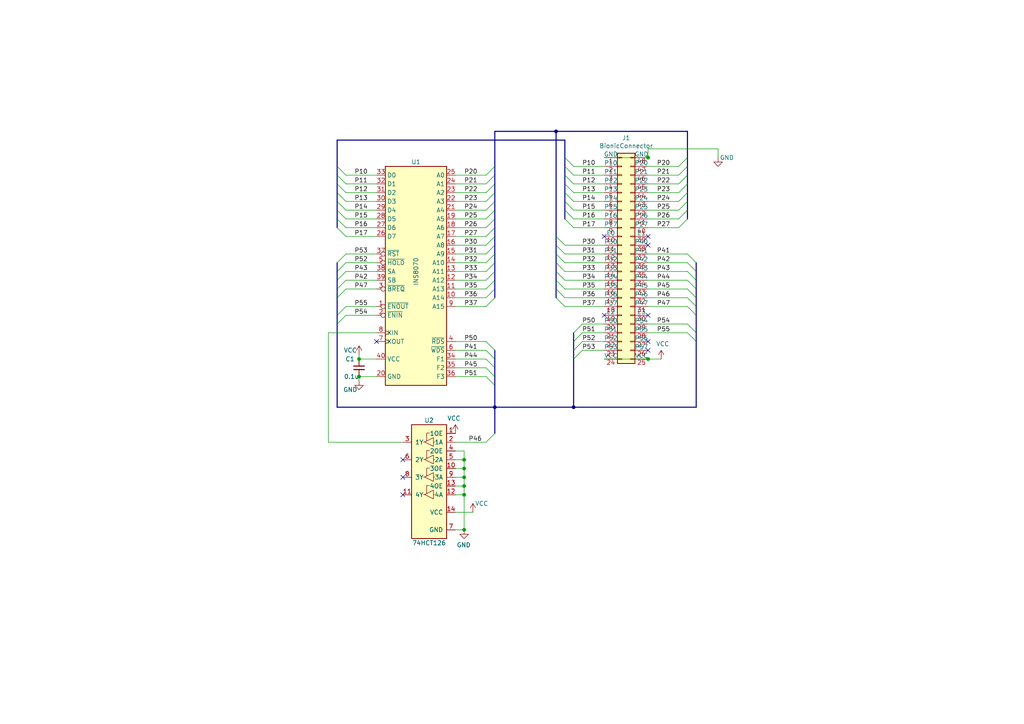
<source format=kicad_sch>
(kicad_sch (version 20211123) (generator eeschema)
  (paper "A4")
  (title_block (title "BionicINS8070 Mezzanine") (date "2022-01-20") (rev "1") (company "Tadashi G. Takaoka"))
  (lib_symbols
    (symbol "0-LocalLibrary:74HCT126" (pin_names (offset 1.016))
      (property "Reference" "U" (at 0 16.51 0))
      (property "Value" "74HCT126" (at 0 -19.05 0))
      (symbol "74HCT126_0_1"
        (polyline (pts (xy -1.2954 10.2108) (xy -1.6002 10.2108)))
        (polyline (pts (xy 1.2954 10.2362) (xy 1.651 10.2362)))
        (polyline (pts (xy 0.7112 10.5664) (xy 0.7112 12.827) (xy -0.127 12.827) (xy -0.1016 12.827)))
      )
      (symbol "74HCT126_1_0"
        (polyline (pts (xy 1.27 10.2362) (xy -1.27 11.5062) (xy -1.27 8.9662) (xy 1.27 10.2362)) (stroke (width 0.1524)))
        (pin input line (at -7.62 12.7 0) (length 2.54) (name "1OE") (number "1"))
        (pin input line (at -7.62 2.54 0) (length 2.54) (name "3OE") (number "10"))
        (pin tri_state line (at 7.62 -5.08 180) (length 2.54) (name "4Y") (number "11"))
        (pin input line (at -7.62 -5.08 0) (length 2.54) (name "4A") (number "12"))
        (pin input line (at -7.62 -2.54 0) (length 2.54) (name "4OE") (number "13"))
        (pin power_in line (at -7.62 -10.16 0) (length 2.54) (name "VCC") (number "14"))
        (pin input line (at -7.62 10.16 0) (length 2.54) (name "1A") (number "2"))
        (pin tri_state line (at 7.62 10.16 180) (length 2.54) (name "1Y") (number "3"))
        (pin input line (at -7.62 7.62 0) (length 2.54) (name "2OE") (number "4"))
        (pin input line (at -7.62 5.08 0) (length 2.54) (name "2A") (number "5"))
        (pin tri_state line (at 7.62 5.08 180) (length 2.54) (name "2Y") (number "6"))
        (pin power_in line (at -7.62 -15.24 0) (length 2.54) (name "GND") (number "7"))
        (pin tri_state line (at 7.62 0 180) (length 2.54) (name "3Y") (number "8"))
        (pin input line (at -7.62 0 0) (length 2.54) (name "3A") (number "9"))
      )
      (symbol "74HCT126_1_1"
        (rectangle (start -5.08 15.24) (end 5.08 -17.78) (stroke (width 0.254)) (fill (type background)))
        (polyline (pts (xy -1.2954 -5.0292) (xy -1.6002 -5.0292)))
        (polyline (pts (xy -1.2954 0.0508) (xy -1.6002 0.0508)))
        (polyline (pts (xy -1.2954 5.1308) (xy -1.6002 5.1308)))
        (polyline (pts (xy 1.2954 -5.0038) (xy 1.651 -5.0038)))
        (polyline (pts (xy 1.2954 0.0762) (xy 1.651 0.0762)))
        (polyline (pts (xy 1.2954 5.1562) (xy 1.651 5.1562)))
        (polyline (pts (xy 0.7112 -4.6736) (xy 0.7112 -2.413) (xy -0.127 -2.413) (xy -0.1016 -2.413)))
        (polyline (pts (xy 0.7112 0.4064) (xy 0.7112 2.667) (xy -0.127 2.667) (xy -0.1016 2.667)))
        (polyline (pts (xy 0.7112 5.4864) (xy 0.7112 7.747) (xy -0.127 7.747) (xy -0.1016 7.747)))
        (polyline (pts (xy 1.27 -5.0038) (xy -1.27 -3.7338) (xy -1.27 -6.2738) (xy 1.27 -5.0038)) (stroke (width 0.1524)))
        (polyline (pts (xy 1.27 0.0762) (xy -1.27 1.3462) (xy -1.27 -1.1938) (xy 1.27 0.0762)) (stroke (width 0.1524)))
        (polyline (pts (xy 1.27 5.1562) (xy -1.27 6.4262) (xy -1.27 3.8862) (xy 1.27 5.1562)) (stroke (width 0.1524)))
      )
    )
    (symbol "0-LocalLibrary:BionicConnector" (pin_names (offset 0))
      (property "Reference" "J" (at 1.27 30.48 0))
      (property "Value" "BionicConnector" (at 3.81 33.02 0))
      (symbol "BionicConnector_1_1"
        (rectangle (start -1.27 -30.353) (end 0 -30.607) (stroke (width 0.1524)))
        (rectangle (start -1.27 -27.813) (end 0 -28.067) (stroke (width 0.1524)))
        (rectangle (start -1.27 -25.273) (end 0 -25.527) (stroke (width 0.1524)))
        (rectangle (start -1.27 -22.733) (end 0 -22.987) (stroke (width 0.1524)))
        (rectangle (start -1.27 -20.193) (end 0 -20.447) (stroke (width 0.1524)))
        (rectangle (start -1.27 -17.653) (end 0 -17.907) (stroke (width 0.1524)))
        (rectangle (start -1.27 -15.113) (end 0 -15.367) (stroke (width 0.1524)))
        (rectangle (start -1.27 -12.573) (end 0 -12.827) (stroke (width 0.1524)))
        (rectangle (start -1.27 -10.033) (end 0 -10.287) (stroke (width 0.1524)))
        (rectangle (start -1.27 -7.493) (end 0 -7.747) (stroke (width 0.1524)))
        (rectangle (start -1.27 -4.953) (end 0 -5.207) (stroke (width 0.1524)))
        (rectangle (start -1.27 -2.413) (end 0 -2.667) (stroke (width 0.1524)))
        (rectangle (start -1.27 0.127) (end 0 -0.127) (stroke (width 0.1524)))
        (rectangle (start -1.27 2.667) (end 0 2.413) (stroke (width 0.1524)))
        (rectangle (start -1.27 5.207) (end 0 4.953) (stroke (width 0.1524)))
        (rectangle (start -1.27 7.747) (end 0 7.493) (stroke (width 0.1524)))
        (rectangle (start -1.27 10.287) (end 0 10.033) (stroke (width 0.1524)))
        (rectangle (start -1.27 12.827) (end 0 12.573) (stroke (width 0.1524)))
        (rectangle (start -1.27 15.367) (end 0 15.113) (stroke (width 0.1524)))
        (rectangle (start -1.27 17.907) (end 0 17.653) (stroke (width 0.1524)))
        (rectangle (start -1.27 20.447) (end 0 20.193) (stroke (width 0.1524)))
        (rectangle (start -1.27 22.987) (end 0 22.733) (stroke (width 0.1524)))
        (rectangle (start -1.27 25.527) (end 0 25.273) (stroke (width 0.1524)))
        (rectangle (start -1.27 28.067) (end 0 27.813) (stroke (width 0.1524)))
        (rectangle (start -1.27 29.21) (end 3.81 -31.75) (stroke (width 0.254)) (fill (type background)))
        (rectangle (start 3.81 -30.353) (end 2.54 -30.607) (stroke (width 0.1524)))
        (rectangle (start 3.81 -27.813) (end 2.54 -28.067) (stroke (width 0.1524)))
        (rectangle (start 3.81 -25.273) (end 2.54 -25.527) (stroke (width 0.1524)))
        (rectangle (start 3.81 -22.733) (end 2.54 -22.987) (stroke (width 0.1524)))
        (rectangle (start 3.81 -20.193) (end 2.54 -20.447) (stroke (width 0.1524)))
        (rectangle (start 3.81 -17.653) (end 2.54 -17.907) (stroke (width 0.1524)))
        (rectangle (start 3.81 -15.113) (end 2.54 -15.367) (stroke (width 0.1524)))
        (rectangle (start 3.81 -12.573) (end 2.54 -12.827) (stroke (width 0.1524)))
        (rectangle (start 3.81 -10.033) (end 2.54 -10.287) (stroke (width 0.1524)))
        (rectangle (start 3.81 -7.493) (end 2.54 -7.747) (stroke (width 0.1524)))
        (rectangle (start 3.81 -4.953) (end 2.54 -5.207) (stroke (width 0.1524)))
        (rectangle (start 3.81 -2.413) (end 2.54 -2.667) (stroke (width 0.1524)))
        (rectangle (start 3.81 0.127) (end 2.54 -0.127) (stroke (width 0.1524)))
        (rectangle (start 3.81 2.667) (end 2.54 2.413) (stroke (width 0.1524)))
        (rectangle (start 3.81 5.207) (end 2.54 4.953) (stroke (width 0.1524)))
        (rectangle (start 3.81 7.747) (end 2.54 7.493) (stroke (width 0.1524)))
        (rectangle (start 3.81 10.287) (end 2.54 10.033) (stroke (width 0.1524)))
        (rectangle (start 3.81 12.827) (end 2.54 12.573) (stroke (width 0.1524)))
        (rectangle (start 3.81 15.367) (end 2.54 15.113) (stroke (width 0.1524)))
        (rectangle (start 3.81 17.907) (end 2.54 17.653) (stroke (width 0.1524)))
        (rectangle (start 3.81 20.447) (end 2.54 20.193) (stroke (width 0.1524)))
        (rectangle (start 3.81 22.987) (end 2.54 22.733) (stroke (width 0.1524)))
        (rectangle (start 3.81 25.527) (end 2.54 25.273) (stroke (width 0.1524)))
        (rectangle (start 3.81 28.067) (end 2.54 27.813) (stroke (width 0.1524)))
        (pin power_out line (at -5.08 27.94 0) (length 3.81) (name "GND") (number "1"))
        (pin bidirectional line (at -5.08 5.08 0) (length 3.81) (name "E0") (number "10"))
        (pin bidirectional line (at -5.08 2.54 0) (length 3.81) (name "P30") (number "11"))
        (pin bidirectional line (at -5.08 0 0) (length 3.81) (name "P31") (number "12"))
        (pin bidirectional line (at -5.08 -2.54 0) (length 3.81) (name "P32") (number "13"))
        (pin bidirectional line (at -5.08 -5.08 0) (length 3.81) (name "P33") (number "14"))
        (pin bidirectional line (at -5.08 -7.62 0) (length 3.81) (name "P34") (number "15"))
        (pin bidirectional line (at -5.08 -10.16 0) (length 3.81) (name "P35") (number "16"))
        (pin bidirectional line (at -5.08 -12.7 0) (length 3.81) (name "P36") (number "17"))
        (pin bidirectional line (at -5.08 -15.24 0) (length 3.81) (name "P37") (number "18"))
        (pin bidirectional line (at -5.08 -17.78 0) (length 3.81) (name "E2") (number "19"))
        (pin bidirectional line (at -5.08 25.4 0) (length 3.81) (name "P10") (number "2"))
        (pin bidirectional line (at -5.08 -20.32 0) (length 3.81) (name "P50") (number "20"))
        (pin bidirectional line (at -5.08 -22.86 0) (length 3.81) (name "P51") (number "21"))
        (pin bidirectional line (at -5.08 -25.4 0) (length 3.81) (name "P52") (number "22"))
        (pin bidirectional line (at -5.08 -27.94 0) (length 3.81) (name "P53") (number "23"))
        (pin power_out line (at -5.08 -30.48 0) (length 3.81) (name "VCC") (number "24"))
        (pin power_in line (at 7.62 -30.48 180) (length 3.81) (name "VCC") (number "25"))
        (pin bidirectional line (at 7.62 -27.94 180) (length 3.81) (name "P57") (number "26"))
        (pin bidirectional line (at 7.62 -25.4 180) (length 3.81) (name "P56") (number "27"))
        (pin bidirectional line (at 7.62 -22.86 180) (length 3.81) (name "P55") (number "28"))
        (pin bidirectional line (at 7.62 -20.32 180) (length 3.81) (name "P54") (number "29"))
        (pin bidirectional line (at -5.08 22.86 0) (length 3.81) (name "P11") (number "3"))
        (pin bidirectional line (at 7.62 -17.78 180) (length 3.81) (name "E3") (number "30"))
        (pin bidirectional line (at 7.62 -15.24 180) (length 3.81) (name "P47") (number "31"))
        (pin bidirectional line (at 7.62 -12.7 180) (length 3.81) (name "P46") (number "32"))
        (pin bidirectional line (at 7.62 -10.16 180) (length 3.81) (name "P45") (number "33"))
        (pin bidirectional line (at 7.62 -7.62 180) (length 3.81) (name "P44") (number "34"))
        (pin bidirectional line (at 7.62 -5.08 180) (length 3.81) (name "P43") (number "35"))
        (pin bidirectional line (at 7.62 -2.54 180) (length 3.81) (name "P42") (number "36"))
        (pin bidirectional line (at 7.62 0 180) (length 3.81) (name "P41") (number "37"))
        (pin bidirectional line (at 7.62 2.54 180) (length 3.81) (name "P40") (number "38"))
        (pin bidirectional line (at 7.62 5.08 180) (length 3.81) (name "E1") (number "39"))
        (pin bidirectional line (at -5.08 20.32 0) (length 3.81) (name "P12") (number "4"))
        (pin bidirectional line (at 7.62 7.62 180) (length 3.81) (name "P27") (number "40"))
        (pin bidirectional line (at 7.62 10.16 180) (length 3.81) (name "P26") (number "41"))
        (pin bidirectional line (at 7.62 12.7 180) (length 3.81) (name "P25") (number "42"))
        (pin bidirectional line (at 7.62 15.24 180) (length 3.81) (name "P24") (number "43"))
        (pin bidirectional line (at 7.62 17.78 180) (length 3.81) (name "P23") (number "44"))
        (pin bidirectional line (at 7.62 20.32 180) (length 3.81) (name "P22") (number "45"))
        (pin bidirectional line (at 7.62 22.86 180) (length 3.81) (name "P21") (number "46"))
        (pin bidirectional line (at 7.62 25.4 180) (length 3.81) (name "P20") (number "47"))
        (pin power_in line (at 7.62 27.94 180) (length 3.81) (name "GND") (number "48"))
        (pin bidirectional line (at -5.08 17.78 0) (length 3.81) (name "P13") (number "5"))
        (pin bidirectional line (at -5.08 15.24 0) (length 3.81) (name "P14") (number "6"))
        (pin bidirectional line (at -5.08 12.7 0) (length 3.81) (name "P15") (number "7"))
        (pin bidirectional line (at -5.08 10.16 0) (length 3.81) (name "P16") (number "8"))
        (pin bidirectional line (at -5.08 7.62 0) (length 3.81) (name "P17") (number "9"))
      )
    )
    (symbol "0-LocalLibrary:INS8070"
      (property "Reference" "U" (at -1.27 31.75 0))
      (property "Value" "INS8070" (at 0 -3.81 90))
      (symbol "INS8070_0_1"
        (rectangle (start -8.89 -33.02) (end 8.89 30.48) (stroke (width 0.254)) (fill (type background)))
      )
      (symbol "INS8070_1_1"
        (pin output inverted (at -11.43 -10.16 0) (length 2.54) (name "~{ENOUT}") (number "1"))
        (pin output line (at 11.43 -7.62 180) (length 2.54) (name "A14") (number "10"))
        (pin output line (at 11.43 -5.08 180) (length 2.54) (name "A13") (number "11"))
        (pin output line (at 11.43 -2.54 180) (length 2.54) (name "A12") (number "12"))
        (pin output line (at 11.43 0 180) (length 2.54) (name "A11") (number "13"))
        (pin output line (at 11.43 2.54 180) (length 2.54) (name "A10") (number "14"))
        (pin output line (at 11.43 5.08 180) (length 2.54) (name "A9") (number "15"))
        (pin output line (at 11.43 7.62 180) (length 2.54) (name "A8") (number "16"))
        (pin output line (at 11.43 10.16 180) (length 2.54) (name "A7") (number "17"))
        (pin output line (at 11.43 12.7 180) (length 2.54) (name "A6") (number "18"))
        (pin output line (at 11.43 15.24 180) (length 2.54) (name "A5") (number "19"))
        (pin input inverted (at -11.43 -12.7 0) (length 2.54) (name "~{ENIN}") (number "2"))
        (pin power_in line (at -11.43 -30.48 0) (length 2.54) (name "GND") (number "20"))
        (pin output line (at 11.43 17.78 180) (length 2.54) (name "A4") (number "21"))
        (pin output line (at 11.43 20.32 180) (length 2.54) (name "A3") (number "22"))
        (pin output line (at 11.43 22.86 180) (length 2.54) (name "A2") (number "23"))
        (pin output line (at 11.43 25.4 180) (length 2.54) (name "A1") (number "24"))
        (pin output line (at 11.43 27.94 180) (length 2.54) (name "A0") (number "25"))
        (pin bidirectional line (at -11.43 10.16 0) (length 2.54) (name "D7") (number "26"))
        (pin bidirectional line (at -11.43 12.7 0) (length 2.54) (name "D6") (number "27"))
        (pin bidirectional line (at -11.43 15.24 0) (length 2.54) (name "D5") (number "28"))
        (pin bidirectional line (at -11.43 17.78 0) (length 2.54) (name "D4") (number "29"))
        (pin input inverted (at -11.43 -5.08 0) (length 2.54) (name "~{BREQ}") (number "3"))
        (pin bidirectional line (at -11.43 20.32 0) (length 2.54) (name "D3") (number "30"))
        (pin bidirectional line (at -11.43 22.86 0) (length 2.54) (name "D2") (number "31"))
        (pin bidirectional line (at -11.43 25.4 0) (length 2.54) (name "D1") (number "32"))
        (pin bidirectional line (at -11.43 27.94 0) (length 2.54) (name "D0") (number "33"))
        (pin output line (at 11.43 -25.4 180) (length 2.54) (name "F1") (number "34"))
        (pin output line (at 11.43 -27.94 180) (length 2.54) (name "F2") (number "35"))
        (pin output line (at 11.43 -30.48 180) (length 2.54) (name "F3") (number "36"))
        (pin input inverted (at -11.43 5.08 0) (length 2.54) (name "~{RST}") (number "37"))
        (pin input line (at -11.43 0 0) (length 2.54) (name "SA") (number "38"))
        (pin input line (at -11.43 -2.54 0) (length 2.54) (name "SB") (number "39"))
        (pin output line (at 11.43 -20.32 180) (length 2.54) (name "~{RDS}") (number "4"))
        (pin power_in line (at -11.43 -25.4 0) (length 2.54) (name "VCC") (number "40"))
        (pin input inverted (at -11.43 2.54 0) (length 2.54) (name "~{HOLD}") (number "5"))
        (pin output line (at 11.43 -22.86 180) (length 2.54) (name "~{WDS}") (number "6"))
        (pin output clock (at -11.43 -20.32 0) (length 2.54) (name "XOUT") (number "7"))
        (pin input clock (at -11.43 -17.78 0) (length 2.54) (name "XIN") (number "8"))
        (pin output line (at 11.43 -10.16 180) (length 2.54) (name "A15") (number "9"))
      )
    )
    (symbol "Device:C_Small" (pin_numbers hide) (pin_names (offset 0.254) hide)
      (property "Reference" "C" (at 0.254 1.778 0))
      (property "Value" "C_Small" (at 0.254 -2.032 0))
      (symbol "C_Small_0_1"
        (polyline (pts (xy -1.524 -0.508) (xy 1.524 -0.508)) (stroke (width 0.3302)))
        (polyline (pts (xy -1.524 0.508) (xy 1.524 0.508)) (stroke (width 0.3048)))
      )
      (symbol "C_Small_1_1"
        (pin passive line (at 0 2.54 270) (length 2.032) (name "~") (number "1"))
        (pin passive line (at 0 -2.54 90) (length 2.032) (name "~") (number "2"))
      )
    )
    (symbol "power:GND" (power) (pin_names (offset 0))
      (property "Value" "GND" (at 0 -3.81 0))
      (symbol "GND_0_1"
        (polyline (pts (xy 0 0) (xy 0 -1.27) (xy 1.27 -1.27) (xy 0 -2.54) (xy -1.27 -1.27) (xy 0 -1.27)))
      )
      (symbol "GND_1_1"
        (pin power_in line (at 0 0 270) (length 0) hide (name "GND") (number "1"))
      )
    )
    (symbol "power:VCC" (power) (pin_names (offset 0))
      (property "Value" "VCC" (at 0 3.81 0))
      (symbol "VCC_0_1"
        (polyline (pts (xy -0.762 1.27) (xy 0 2.54)))
        (polyline (pts (xy 0 0) (xy 0 2.54)))
        (polyline (pts (xy 0 2.54) (xy 0.762 1.27)))
      )
      (symbol "VCC_1_1"
        (pin power_in line (at 0 0 90) (length 0) hide (name "VCC") (number "1"))
      )
    )
  )
  (junction (at 134.62 138.43))
  (junction (at 187.96 45.72))
  (junction (at 134.62 133.35))
  (junction (at 134.62 153.67))
  (junction (at 134.62 135.89))
  (junction (at 104.14 109.22))
  (junction (at 134.62 143.51))
  (junction (at 104.14 104.14))
  (junction (at 134.62 140.97))
  (junction (at 161.29 38.1))
  (junction (at 166.37 118.11))
  (junction (at 187.96 104.14))
  (junction (at 143.51 118.11))
  (no_connect (at 116.84 138.43))
  (no_connect (at 187.96 68.58))
  (no_connect (at 187.96 91.44))
  (no_connect (at 187.96 99.06))
  (no_connect (at 116.84 143.51))
  (no_connect (at 187.96 71.12))
  (no_connect (at 116.84 133.35))
  (no_connect (at 187.96 101.6))
  (no_connect (at 175.26 91.44))
  (no_connect (at 175.26 68.58))
  (no_connect (at 109.22 99.06))
  (bus_entry (at 143.51 78.74) (size -2.54 2.54))
  (bus_entry (at 199.39 50.8) (size -2.54 2.54))
  (bus_entry (at 166.37 63.5) (size -2.54 -2.54))
  (bus_entry (at 166.37 50.8) (size -2.54 -2.54))
  (bus_entry (at 166.37 53.34) (size -2.54 -2.54))
  (bus_entry (at 100.33 76.2) (size -2.54 2.54))
  (bus_entry (at 166.37 99.06) (size 2.54 -2.54))
  (bus_entry (at 100.33 78.74) (size -2.54 2.54))
  (bus_entry (at 143.51 63.5) (size -2.54 2.54))
  (bus_entry (at 143.51 109.22) (size -2.54 -2.54))
  (bus_entry (at 199.39 48.26) (size -2.54 2.54))
  (bus_entry (at 196.85 48.26) (size 2.54 -2.54))
  (bus_entry (at 140.97 73.66) (size 2.54 -2.54))
  (bus_entry (at 143.51 83.82) (size -2.54 2.54))
  (bus_entry (at 161.29 78.74) (size 2.54 2.54))
  (bus_entry (at 166.37 58.42) (size -2.54 -2.54))
  (bus_entry (at 143.51 125.73) (size -2.54 2.54))
  (bus_entry (at 166.37 60.96) (size -2.54 -2.54))
  (bus_entry (at 199.39 86.36) (size 2.54 2.54))
  (bus_entry (at 143.51 106.68) (size -2.54 -2.54))
  (bus_entry (at 199.39 76.2) (size 2.54 2.54))
  (bus_entry (at 199.39 73.66) (size 2.54 2.54))
  (bus_entry (at 168.91 101.6) (size -2.54 2.54))
  (bus_entry (at 100.33 53.34) (size -2.54 -2.54))
  (bus_entry (at 140.97 76.2) (size 2.54 -2.54))
  (bus_entry (at 100.33 50.8) (size -2.54 -2.54))
  (bus_entry (at 100.33 91.44) (size -2.54 2.54))
  (bus_entry (at 100.33 88.9) (size -2.54 2.54))
  (bus_entry (at 199.39 88.9) (size 2.54 2.54))
  (bus_entry (at 100.33 83.82) (size -2.54 2.54))
  (bus_entry (at 166.37 55.88) (size -2.54 -2.54))
  (bus_entry (at 166.37 96.52) (size 2.54 -2.54))
  (bus_entry (at 161.29 73.66) (size 2.54 2.54))
  (bus_entry (at 199.39 81.28) (size 2.54 2.54))
  (bus_entry (at 199.39 93.98) (size 2.54 2.54))
  (bus_entry (at 199.39 55.88) (size -2.54 2.54))
  (bus_entry (at 100.33 55.88) (size -2.54 -2.54))
  (bus_entry (at 199.39 78.74) (size 2.54 2.54))
  (bus_entry (at 143.51 66.04) (size -2.54 2.54))
  (bus_entry (at 161.29 71.12) (size 2.54 2.54))
  (bus_entry (at 166.37 101.6) (size 2.54 -2.54))
  (bus_entry (at 199.39 63.5) (size -2.54 2.54))
  (bus_entry (at 100.33 66.04) (size -2.54 -2.54))
  (bus_entry (at 199.39 96.52) (size 2.54 2.54))
  (bus_entry (at 166.37 48.26) (size -2.54 -2.54))
  (bus_entry (at 143.51 81.28) (size -2.54 2.54))
  (bus_entry (at 166.37 66.04) (size -2.54 -2.54))
  (bus_entry (at 143.51 86.36) (size -2.54 2.54))
  (bus_entry (at 100.33 60.96) (size -2.54 -2.54))
  (bus_entry (at 161.29 76.2) (size 2.54 2.54))
  (bus_entry (at 100.33 68.58) (size -2.54 -2.54))
  (bus_entry (at 140.97 101.6) (size 2.54 2.54))
  (bus_entry (at 100.33 63.5) (size -2.54 -2.54))
  (bus_entry (at 143.51 60.96) (size -2.54 2.54))
  (bus_entry (at 143.51 53.34) (size -2.54 2.54))
  (bus_entry (at 161.29 83.82) (size 2.54 2.54))
  (bus_entry (at 100.33 73.66) (size -2.54 2.54))
  (bus_entry (at 199.39 60.96) (size -2.54 2.54))
  (bus_entry (at 143.51 58.42) (size -2.54 2.54))
  (bus_entry (at 100.33 58.42) (size -2.54 -2.54))
  (bus_entry (at 199.39 83.82) (size 2.54 2.54))
  (bus_entry (at 199.39 53.34) (size -2.54 2.54))
  (bus_entry (at 140.97 71.12) (size 2.54 -2.54))
  (bus_entry (at 140.97 78.74) (size 2.54 -2.54))
  (bus_entry (at 199.39 58.42) (size -2.54 2.54))
  (bus_entry (at 161.29 81.28) (size 2.54 2.54))
  (bus_entry (at 143.51 50.8) (size -2.54 2.54))
  (bus_entry (at 143.51 48.26) (size -2.54 2.54))
  (bus_entry (at 140.97 109.22) (size 2.54 2.54))
  (bus_entry (at 161.29 86.36) (size 2.54 2.54))
  (bus_entry (at 100.33 81.28) (size -2.54 2.54))
  (bus_entry (at 143.51 55.88) (size -2.54 2.54))
  (bus_entry (at 161.29 68.58) (size 2.54 2.54))
  (bus_entry (at 140.97 99.06) (size 2.54 2.54))
  (wire (pts (xy 175.26 53.34) (xy 166.37 53.34)))
  (wire (pts (xy 109.22 68.58) (xy 100.33 68.58)))
  (wire (pts (xy 109.22 81.28) (xy 100.33 81.28)))
  (wire (pts (xy 163.83 81.28) (xy 175.26 81.28)))
  (bus (pts (xy 97.79 40.64) (xy 163.83 40.64)))
  (bus (pts (xy 199.39 38.1) (xy 199.39 45.72)))
  (wire (pts (xy 175.26 50.8) (xy 166.37 50.8)))
  (wire (pts (xy 163.83 73.66) (xy 175.26 73.66)))
  (bus (pts (xy 199.39 45.72) (xy 199.39 48.26)))
  (wire (pts (xy 132.08 106.68) (xy 140.97 106.68)))
  (wire (pts (xy 109.22 50.8) (xy 100.33 50.8)))
  (wire (pts (xy 100.33 88.9) (xy 109.22 88.9)))
  (wire (pts (xy 187.96 86.36) (xy 199.39 86.36)))
  (wire (pts (xy 109.22 66.04) (xy 100.33 66.04)))
  (wire (pts (xy 208.28 43.18) (xy 208.28 45.72)))
  (wire (pts (xy 163.83 88.9) (xy 175.26 88.9)))
  (wire (pts (xy 187.96 43.18) (xy 208.28 43.18)))
  (wire (pts (xy 163.83 83.82) (xy 175.26 83.82)))
  (wire (pts (xy 132.08 78.74) (xy 140.97 78.74)))
  (wire (pts (xy 187.96 50.8) (xy 196.85 50.8)))
  (wire (pts (xy 175.26 104.14) (xy 187.96 104.14)))
  (bus (pts (xy 143.51 125.73) (xy 143.51 118.11)))
  (wire (pts (xy 104.14 109.22) (xy 109.22 109.22)))
  (wire (pts (xy 132.08 133.35) (xy 134.62 133.35)))
  (bus (pts (xy 143.51 101.6) (xy 143.51 104.14)))
  (bus (pts (xy 143.51 118.11) (xy 166.37 118.11)))
  (wire (pts (xy 134.62 133.35) (xy 134.62 135.89)))
  (bus (pts (xy 201.93 78.74) (xy 201.93 81.28)))
  (bus (pts (xy 143.51 81.28) (xy 143.51 83.82)))
  (bus (pts (xy 143.51 66.04) (xy 143.51 68.58)))
  (wire (pts (xy 95.25 96.52) (xy 95.25 128.27)))
  (wire (pts (xy 175.26 60.96) (xy 166.37 60.96)))
  (bus (pts (xy 201.93 91.44) (xy 201.93 96.52)))
  (bus (pts (xy 201.93 83.82) (xy 201.93 86.36)))
  (bus (pts (xy 143.51 68.58) (xy 143.51 71.12)))
  (bus (pts (xy 97.79 81.28) (xy 97.79 83.82)))
  (wire (pts (xy 95.25 96.52) (xy 109.22 96.52)))
  (bus (pts (xy 161.29 38.1) (xy 161.29 68.58)))
  (bus (pts (xy 143.51 55.88) (xy 143.51 58.42)))
  (bus (pts (xy 166.37 118.11) (xy 201.93 118.11)))
  (bus (pts (xy 97.79 63.5) (xy 97.79 66.04)))
  (bus (pts (xy 199.39 48.26) (xy 199.39 50.8)))
  (bus (pts (xy 166.37 99.06) (xy 166.37 101.6)))
  (wire (pts (xy 132.08 60.96) (xy 140.97 60.96)))
  (wire (pts (xy 187.96 88.9) (xy 199.39 88.9)))
  (wire (pts (xy 109.22 83.82) (xy 100.33 83.82)))
  (wire (pts (xy 134.62 143.51) (xy 134.62 153.67)))
  (bus (pts (xy 143.51 38.1) (xy 143.51 48.26)))
  (wire (pts (xy 187.96 104.14) (xy 191.77 104.14)))
  (bus (pts (xy 143.51 109.22) (xy 143.51 111.76)))
  (wire (pts (xy 104.14 104.14) (xy 109.22 104.14)))
  (bus (pts (xy 97.79 48.26) (xy 97.79 50.8)))
  (wire (pts (xy 187.96 48.26) (xy 196.85 48.26)))
  (bus (pts (xy 143.51 38.1) (xy 161.29 38.1)))
  (bus (pts (xy 166.37 96.52) (xy 166.37 99.06)))
  (bus (pts (xy 201.93 96.52) (xy 201.93 99.06)))
  (bus (pts (xy 163.83 53.34) (xy 163.83 55.88)))
  (wire (pts (xy 163.83 86.36) (xy 175.26 86.36)))
  (wire (pts (xy 132.08 58.42) (xy 140.97 58.42)))
  (wire (pts (xy 187.96 83.82) (xy 199.39 83.82)))
  (wire (pts (xy 168.91 101.6) (xy 175.26 101.6)))
  (bus (pts (xy 199.39 50.8) (xy 199.39 53.34)))
  (wire (pts (xy 134.62 153.67) (xy 132.08 153.67)))
  (wire (pts (xy 132.08 50.8) (xy 140.97 50.8)))
  (wire (pts (xy 132.08 143.51) (xy 134.62 143.51)))
  (wire (pts (xy 132.08 71.12) (xy 140.97 71.12)))
  (wire (pts (xy 116.84 128.27) (xy 95.25 128.27)))
  (wire (pts (xy 132.08 140.97) (xy 134.62 140.97)))
  (bus (pts (xy 97.79 83.82) (xy 97.79 86.36)))
  (bus (pts (xy 163.83 50.8) (xy 163.83 53.34)))
  (wire (pts (xy 132.08 138.43) (xy 134.62 138.43)))
  (wire (pts (xy 109.22 60.96) (xy 100.33 60.96)))
  (wire (pts (xy 109.22 63.5) (xy 100.33 63.5)))
  (bus (pts (xy 201.93 88.9) (xy 201.93 91.44)))
  (bus (pts (xy 143.51 60.96) (xy 143.51 63.5)))
  (bus (pts (xy 201.93 81.28) (xy 201.93 83.82)))
  (bus (pts (xy 143.51 104.14) (xy 143.51 106.68)))
  (bus (pts (xy 201.93 76.2) (xy 201.93 78.74)))
  (bus (pts (xy 161.29 78.74) (xy 161.29 81.28)))
  (bus (pts (xy 161.29 71.12) (xy 161.29 73.66)))
  (bus (pts (xy 97.79 60.96) (xy 97.79 63.5)))
  (bus (pts (xy 143.51 111.76) (xy 143.51 118.11)))
  (wire (pts (xy 109.22 91.44) (xy 100.33 91.44)))
  (wire (pts (xy 132.08 101.6) (xy 140.97 101.6)))
  (wire (pts (xy 132.08 135.89) (xy 134.62 135.89)))
  (wire (pts (xy 175.26 93.98) (xy 168.91 93.98)))
  (bus (pts (xy 97.79 53.34) (xy 97.79 55.88)))
  (wire (pts (xy 132.08 88.9) (xy 140.97 88.9)))
  (bus (pts (xy 143.51 78.74) (xy 143.51 81.28)))
  (bus (pts (xy 143.51 63.5) (xy 143.51 66.04)))
  (bus (pts (xy 161.29 68.58) (xy 161.29 71.12)))
  (bus (pts (xy 97.79 50.8) (xy 97.79 53.34)))
  (bus (pts (xy 143.51 53.34) (xy 143.51 55.88)))
  (bus (pts (xy 166.37 104.14) (xy 166.37 118.11)))
  (bus (pts (xy 201.93 86.36) (xy 201.93 88.9)))
  (wire (pts (xy 134.62 138.43) (xy 134.62 140.97)))
  (wire (pts (xy 163.83 76.2) (xy 175.26 76.2)))
  (wire (pts (xy 109.22 53.34) (xy 100.33 53.34)))
  (bus (pts (xy 97.79 55.88) (xy 97.79 58.42)))
  (bus (pts (xy 97.79 40.64) (xy 97.79 48.26)))
  (wire (pts (xy 187.96 66.04) (xy 196.85 66.04)))
  (bus (pts (xy 143.51 73.66) (xy 143.51 76.2)))
  (bus (pts (xy 199.39 53.34) (xy 199.39 55.88)))
  (wire (pts (xy 132.08 109.22) (xy 140.97 109.22)))
  (bus (pts (xy 161.29 81.28) (xy 161.29 83.82)))
  (bus (pts (xy 163.83 60.96) (xy 163.83 63.5)))
  (wire (pts (xy 187.96 53.34) (xy 196.85 53.34)))
  (wire (pts (xy 104.14 104.14) (xy 104.14 102.87)))
  (wire (pts (xy 187.96 96.52) (xy 199.39 96.52)))
  (wire (pts (xy 175.26 55.88) (xy 166.37 55.88)))
  (wire (pts (xy 134.62 130.81) (xy 134.62 133.35)))
  (wire (pts (xy 132.08 66.04) (xy 140.97 66.04)))
  (wire (pts (xy 175.26 45.72) (xy 187.96 45.72)))
  (wire (pts (xy 132.08 148.59) (xy 137.16 148.59)))
  (wire (pts (xy 132.08 76.2) (xy 140.97 76.2)))
  (bus (pts (xy 163.83 55.88) (xy 163.83 58.42)))
  (wire (pts (xy 187.96 60.96) (xy 196.85 60.96)))
  (bus (pts (xy 143.51 50.8) (xy 143.51 53.34)))
  (bus (pts (xy 143.51 58.42) (xy 143.51 60.96)))
  (bus (pts (xy 97.79 86.36) (xy 97.79 91.44)))
  (wire (pts (xy 175.26 66.04) (xy 166.37 66.04)))
  (bus (pts (xy 97.79 78.74) (xy 97.79 81.28)))
  (wire (pts (xy 132.08 130.81) (xy 134.62 130.81)))
  (bus (pts (xy 163.83 58.42) (xy 163.83 60.96)))
  (wire (pts (xy 132.08 53.34) (xy 140.97 53.34)))
  (wire (pts (xy 132.08 55.88) (xy 140.97 55.88)))
  (bus (pts (xy 143.51 71.12) (xy 143.51 73.66)))
  (wire (pts (xy 187.96 58.42) (xy 196.85 58.42)))
  (wire (pts (xy 187.96 93.98) (xy 199.39 93.98)))
  (bus (pts (xy 161.29 83.82) (xy 161.29 86.36)))
  (wire (pts (xy 132.08 68.58) (xy 140.97 68.58)))
  (wire (pts (xy 100.33 73.66) (xy 109.22 73.66)))
  (wire (pts (xy 175.26 48.26) (xy 166.37 48.26)))
  (bus (pts (xy 163.83 45.72) (xy 163.83 48.26)))
  (bus (pts (xy 97.79 91.44) (xy 97.79 93.98)))
  (bus (pts (xy 161.29 38.1) (xy 199.39 38.1)))
  (bus (pts (xy 97.79 76.2) (xy 97.79 78.74)))
  (wire (pts (xy 175.26 63.5) (xy 166.37 63.5)))
  (wire (pts (xy 132.08 99.06) (xy 140.97 99.06)))
  (bus (pts (xy 201.93 99.06) (xy 201.93 118.11)))
  (bus (pts (xy 161.29 73.66) (xy 161.29 76.2)))
  (bus (pts (xy 199.39 58.42) (xy 199.39 60.96)))
  (wire (pts (xy 175.26 96.52) (xy 168.91 96.52)))
  (wire (pts (xy 187.96 78.74) (xy 199.39 78.74)))
  (bus (pts (xy 143.51 76.2) (xy 143.51 78.74)))
  (wire (pts (xy 104.14 110.49) (xy 104.14 109.22)))
  (bus (pts (xy 161.29 76.2) (xy 161.29 78.74)))
  (wire (pts (xy 175.26 99.06) (xy 168.91 99.06)))
  (wire (pts (xy 187.96 76.2) (xy 199.39 76.2)))
  (wire (pts (xy 187.96 43.18) (xy 187.96 45.72)))
  (wire (pts (xy 132.08 73.66) (xy 140.97 73.66)))
  (wire (pts (xy 132.08 83.82) (xy 140.97 83.82)))
  (bus (pts (xy 163.83 48.26) (xy 163.83 50.8)))
  (bus (pts (xy 97.79 118.11) (xy 143.51 118.11)))
  (bus (pts (xy 163.83 40.64) (xy 163.83 45.72)))
  (wire (pts (xy 134.62 140.97) (xy 134.62 143.51)))
  (wire (pts (xy 132.08 86.36) (xy 140.97 86.36)))
  (wire (pts (xy 100.33 78.74) (xy 109.22 78.74)))
  (wire (pts (xy 132.08 104.14) (xy 140.97 104.14)))
  (wire (pts (xy 187.96 55.88) (xy 196.85 55.88)))
  (bus (pts (xy 166.37 101.6) (xy 166.37 104.14)))
  (wire (pts (xy 187.96 63.5) (xy 196.85 63.5)))
  (bus (pts (xy 97.79 93.98) (xy 97.79 118.11)))
  (bus (pts (xy 97.79 58.42) (xy 97.79 60.96)))
  (bus (pts (xy 143.51 106.68) (xy 143.51 109.22)))
  (bus (pts (xy 143.51 48.26) (xy 143.51 50.8)))
  (wire (pts (xy 187.96 73.66) (xy 199.39 73.66)))
  (wire (pts (xy 175.26 58.42) (xy 166.37 58.42)))
  (bus (pts (xy 143.51 83.82) (xy 143.51 86.36)))
  (wire (pts (xy 100.33 76.2) (xy 109.22 76.2)))
  (bus (pts (xy 199.39 60.96) (xy 199.39 63.5)))
  (wire (pts (xy 132.08 128.27) (xy 140.97 128.27)))
  (wire (pts (xy 134.62 135.89) (xy 134.62 138.43)))
  (wire (pts (xy 132.08 81.28) (xy 140.97 81.28)))
  (wire (pts (xy 109.22 58.42) (xy 100.33 58.42)))
  (wire (pts (xy 109.22 55.88) (xy 100.33 55.88)))
  (wire (pts (xy 132.08 63.5) (xy 140.97 63.5)))
  (bus (pts (xy 199.39 55.88) (xy 199.39 58.42)))
  (wire (pts (xy 163.83 78.74) (xy 175.26 78.74)))
  (wire (pts (xy 187.96 81.28) (xy 199.39 81.28)))
  (wire (pts (xy 163.83 71.12) (xy 175.26 71.12)))
  (label "P33" (at 172.72 78.74 180))
  (label "P37" (at 134.62 88.9 0))
  (label "P47" (at 190.5 88.9 0))
  (label "P13" (at 172.72 55.88 180))
  (label "P34" (at 134.62 81.28 0))
  (label "P16" (at 172.72 63.5 180))
  (label "P36" (at 134.62 86.36 0))
  (label "P32" (at 172.72 76.2 180))
  (label "P22" (at 190.5 53.34 0))
  (label "P20" (at 190.5 48.26 0))
  (label "P31" (at 134.62 73.66 0))
  (label "P43" (at 106.68 78.74 180))
  (label "P36" (at 172.72 86.36 180))
  (label "P55" (at 190.5 96.52 0))
  (label "P53" (at 106.68 73.66 180))
  (label "P12" (at 172.72 53.34 180))
  (label "P33" (at 134.62 78.74 0))
  (label "P45" (at 134.62 106.68 0))
  (label "P52" (at 172.72 99.06 180))
  (label "P27" (at 134.62 68.58 0))
  (label "P11" (at 172.72 50.8 180))
  (label "P27" (at 190.5 66.04 0))
  (label "P41" (at 134.62 101.6 0))
  (label "P34" (at 172.72 81.28 180))
  (label "P32" (at 134.62 76.2 0))
  (label "P55" (at 106.68 88.9 180))
  (label "P26" (at 190.5 63.5 0))
  (label "P21" (at 134.62 53.34 0))
  (label "P41" (at 190.5 73.66 0))
  (label "P15" (at 172.72 60.96 180))
  (label "P14" (at 172.72 58.42 180))
  (label "P46" (at 135.89 128.27 0))
  (label "P10" (at 172.72 48.26 180))
  (label "P22" (at 134.62 55.88 0))
  (label "P10" (at 106.68 50.8 180))
  (label "P50" (at 172.72 93.98 180))
  (label "P25" (at 190.5 60.96 0))
  (label "P24" (at 134.62 60.96 0))
  (label "P47" (at 106.68 83.82 180))
  (label "P13" (at 106.68 58.42 180))
  (label "P53" (at 172.72 101.6 180))
  (label "P26" (at 134.62 66.04 0))
  (label "P51" (at 134.62 109.22 0))
  (label "P25" (at 134.62 63.5 0))
  (label "P30" (at 172.72 71.12 180))
  (label "P42" (at 106.68 81.28 180))
  (label "P35" (at 134.62 83.82 0))
  (label "P23" (at 134.62 58.42 0))
  (label "P44" (at 190.5 81.28 0))
  (label "P12" (at 106.68 55.88 180))
  (label "P42" (at 190.5 76.2 0))
  (label "P14" (at 106.68 60.96 180))
  (label "P35" (at 172.72 83.82 180))
  (label "P54" (at 190.5 93.98 0))
  (label "P30" (at 134.62 71.12 0))
  (label "P16" (at 106.68 66.04 180))
  (label "P54" (at 106.68 91.44 180))
  (label "P17" (at 106.68 68.58 180))
  (label "P23" (at 190.5 55.88 0))
  (label "P52" (at 106.68 76.2 180))
  (label "P21" (at 190.5 50.8 0))
  (label "P45" (at 190.5 83.82 0))
  (label "P31" (at 172.72 73.66 180))
  (label "P17" (at 172.72 66.04 180))
  (label "P51" (at 172.72 96.52 180))
  (label "P46" (at 190.5 86.36 0))
  (label "P24" (at 190.5 58.42 0))
  (label "P44" (at 134.62 104.14 0))
  (label "P20" (at 134.62 50.8 0))
  (label "P15" (at 106.68 63.5 180))
  (label "P50" (at 134.62 99.06 0))
  (label "P37" (at 172.72 88.9 180))
  (label "P43" (at 190.5 78.74 0))
  (label "P11" (at 106.68 53.34 180))
  (symbol (lib_id "power:VCC") (at -1352.55 -1136.65 0) (unit 1)
    (property "Reference" "#PWR01" (effects hide))
    (property "Value" "VCC" (at -1352.1182 -1141.0442 0))
  )
  (symbol (lib_id "power:VCC") (at 104.14 102.87 0) (mirror y) (unit 1)
    (property "Reference" "#PWR03" (effects hide))
    (property "Value" "VCC" (at 101.6 101.6 0))
  )
  (symbol (lib_id "power:GND") (at 104.14 110.49 0) (mirror y) (unit 1)
    (property "Reference" "#PWR04" (effects hide))
    (property "Value" "GND" (at 101.6 113.03 0))
  )
  (symbol (lib_id "Device:C_Small") (at 104.14 106.68 0) (mirror y) (unit 1)
    (property "Reference" "C1" (at 102.87 104.14 0) (effects (justify left)))
    (property "Value" "0.1u" (at 104.14 109.22 0) (effects (justify left)))
    (property "Footprint" "Capacitor_THT:C_Disc_D3.4mm_W2.1mm_P2.50mm" (effects hide))
  )
  (symbol (lib_id "power:GND") (at 208.28 45.72 0) (unit 1)
    (property "Reference" "#PWR0101" (effects hide))
    (property "Value" "GND" (at 210.82 45.72 0))
  )
  (symbol (lib_id "power:VCC") (at 191.77 104.14 0) (unit 1)
    (property "Reference" "#PWR0102" (effects hide))
    (property "Value" "VCC" (at 192.2018 99.7458 0))
  )
  (symbol (lib_id "0-LocalLibrary:74HCT126") (at 124.46 138.43 0) (mirror y) (unit 1)
    (property "Reference" "U2" (at 124.46 121.92 0))
    (property "Value" "74HCT126" (at 124.46 157.48 0))
    (property "Footprint" "Package_DIP:DIP-14_W7.62mm" (effects hide))
    (property "Datasheet" "https://www.ti.com/lit/ds/symlink/cd74hct126.pdf" (effects hide))
  )
  (symbol (lib_id "power:VCC") (at 132.08 125.73 0) (mirror y) (unit 1)
    (property "Reference" "#PWR06" (effects hide))
    (property "Value" "VCC" (at 131.6482 121.3358 0))
  )
  (symbol (lib_id "power:VCC") (at 137.16 148.59 0) (mirror y) (unit 1)
    (property "Reference" "#PWR02" (effects hide))
    (property "Value" "VCC" (at 139.7 146.05 0))
  )
  (symbol (lib_id "power:GND") (at 134.62 153.67 0) (mirror y) (unit 1)
    (property "Reference" "#PWR05" (effects hide))
    (property "Value" "GND" (at 134.493 158.0642 0))
  )
  (symbol (lib_id "0-LocalLibrary:BionicConnector") (at 180.34 73.66 0) (unit 1)
    (property "Reference" "J1" (at 181.61 40.005 0))
    (property "Value" "BionicConnector" (at 181.61 42.3164 0))
    (property "Footprint" "0-LocalLibrary:DIP-48_W7.62mm" (effects hide))
    (property "Datasheet" "https://www.arieselec.com/wp-content/uploads/2020/02/10001-universal-dip-zif-test-socket.pdf" (effects hide))
  )
  (symbol (lib_id "0-LocalLibrary:INS8070") (at 120.65 78.74 0) (unit 1)
    (property "Reference" "U1" (at 120.65 46.99 0))
    (property "Value" "INS8070" (at 120.65 78.74 90))
    (property "Footprint" "Package_DIP:DIP-40_W15.24mm" (effects hide))
    (property "Datasheet" "https://datasheetspdf.com/pdf-file/552947/NationalSemiconductor/INS8070/1" (effects hide))
  )
)
</source>
